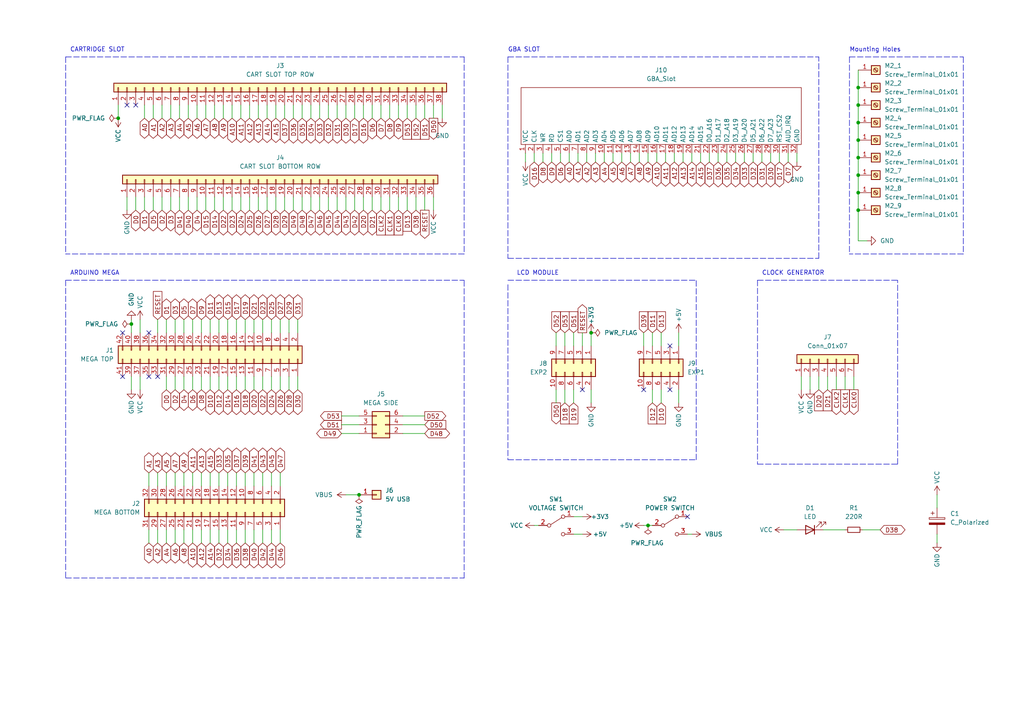
<source format=kicad_sch>
(kicad_sch (version 20211123) (generator eeschema)
  (paper "A4")
  (title_block (title "OSCR HW5") (date "2022-05-16") (rev "V1"))
  (junction (at 248.92 45.72))
  (junction (at 248.92 40.64))
  (junction (at 248.92 55.88))
  (junction (at 248.92 25.4))
  (junction (at 38.1 93.98))
  (junction (at 248.92 30.48))
  (junction (at 104.14 143.51))
  (junction (at 187.96 152.4))
  (junction (at 248.92 60.96))
  (junction (at 248.92 50.8))
  (junction (at 34.29 34.29))
  (junction (at 248.92 35.56))
  (junction (at 171.45 96.52))
  (no_connect (at 43.18 96.52))
  (no_connect (at 43.18 109.22))
  (no_connect (at 45.72 109.22))
  (no_connect (at 168.91 113.03))
  (no_connect (at 186.69 113.03))
  (no_connect (at 194.31 100.33))
  (no_connect (at 194.31 113.03))
  (no_connect (at 36.83 30.48))
  (no_connect (at 199.39 149.86))
  (no_connect (at 39.37 30.48))
  (no_connect (at 35.56 96.52))
  (no_connect (at 35.56 109.22))
  (wire (pts (xy 123.19 30.48) (xy 123.19 34.29)))
  (wire (pts (xy 49.53 57.15) (xy 49.53 60.96)))
  (wire (pts (xy 203.2 44.45) (xy 203.2 46.99)))
  (wire (pts (xy 39.37 57.15) (xy 39.37 60.96)))
  (wire (pts (xy 66.04 153.67) (xy 66.04 157.48)))
  (wire (pts (xy 57.15 57.15) (xy 57.15 60.96)))
  (wire (pts (xy 78.74 92.71) (xy 78.74 96.52)))
  (wire (pts (xy 175.26 44.45) (xy 175.26 46.99)))
  (wire (pts (xy 110.49 30.48) (xy 110.49 34.29)))
  (wire (pts (xy 92.71 30.48) (xy 92.71 34.29)))
  (wire (pts (xy 77.47 30.48) (xy 77.47 34.29)))
  (wire (pts (xy 248.92 40.64) (xy 248.92 45.72)))
  (wire (pts (xy 81.28 153.67) (xy 81.28 157.48)))
  (wire (pts (xy 223.52 44.45) (xy 223.52 46.99)))
  (wire (pts (xy 53.34 109.22) (xy 53.34 113.03)))
  (polyline (pts (xy 147.32 16.51) (xy 237.49 16.51)))
  (wire (pts (xy 118.11 30.48) (xy 118.11 34.29)))
  (wire (pts (xy 190.5 44.45) (xy 190.5 46.99)))
  (wire (pts (xy 82.55 57.15) (xy 82.55 60.96)))
  (wire (pts (xy 187.96 44.45) (xy 187.96 46.99)))
  (wire (pts (xy 52.07 57.15) (xy 52.07 60.96)))
  (wire (pts (xy 71.12 92.71) (xy 71.12 96.52)))
  (wire (pts (xy 100.33 143.51) (xy 104.14 143.51)))
  (wire (pts (xy 66.04 137.16) (xy 66.04 140.97)))
  (wire (pts (xy 73.66 109.22) (xy 73.66 113.03)))
  (wire (pts (xy 218.44 44.45) (xy 218.44 46.99)))
  (wire (pts (xy 99.06 120.65) (xy 104.14 120.65)))
  (wire (pts (xy 208.28 44.45) (xy 208.28 46.99)))
  (wire (pts (xy 170.18 44.45) (xy 170.18 46.99)))
  (wire (pts (xy 242.57 109.22) (xy 242.57 113.03)))
  (wire (pts (xy 157.48 44.45) (xy 157.48 46.99)))
  (wire (pts (xy 238.76 153.67) (xy 245.11 153.67)))
  (wire (pts (xy 189.23 113.03) (xy 189.23 116.84)))
  (wire (pts (xy 58.42 109.22) (xy 58.42 113.03)))
  (polyline (pts (xy 219.71 81.28) (xy 219.71 134.62)))
  (polyline (pts (xy 219.71 81.28) (xy 260.35 81.28)))
  (polyline (pts (xy 219.71 134.62) (xy 260.35 134.62)))
  (polyline (pts (xy 260.35 134.62) (xy 260.35 81.28)))
  (wire (pts (xy 107.95 30.48) (xy 107.95 34.29)))
  (wire (pts (xy 55.88 109.22) (xy 55.88 113.03)))
  (wire (pts (xy 248.92 69.85) (xy 251.46 69.85)))
  (wire (pts (xy 123.19 57.15) (xy 123.19 60.96)))
  (wire (pts (xy 41.91 30.48) (xy 41.91 34.29)))
  (wire (pts (xy 74.93 30.48) (xy 74.93 34.29)))
  (wire (pts (xy 116.84 120.65) (xy 123.19 120.65)))
  (wire (pts (xy 248.92 20.32) (xy 248.92 25.4)))
  (wire (pts (xy 72.39 30.48) (xy 72.39 34.29)))
  (wire (pts (xy 54.61 57.15) (xy 54.61 60.96)))
  (wire (pts (xy 80.01 57.15) (xy 80.01 60.96)))
  (wire (pts (xy 115.57 57.15) (xy 115.57 60.96)))
  (wire (pts (xy 165.1 44.45) (xy 165.1 46.99)))
  (wire (pts (xy 68.58 92.71) (xy 68.58 96.52)))
  (wire (pts (xy 60.96 92.71) (xy 60.96 96.52)))
  (wire (pts (xy 110.49 57.15) (xy 110.49 60.96)))
  (wire (pts (xy 248.92 35.56) (xy 248.92 40.64)))
  (wire (pts (xy 196.85 96.52) (xy 196.85 100.33)))
  (wire (pts (xy 45.72 137.16) (xy 45.72 140.97)))
  (wire (pts (xy 72.39 57.15) (xy 72.39 60.96)))
  (wire (pts (xy 160.02 44.45) (xy 160.02 46.99)))
  (wire (pts (xy 196.85 113.03) (xy 196.85 116.84)))
  (wire (pts (xy 64.77 30.48) (xy 64.77 34.29)))
  (wire (pts (xy 55.88 92.71) (xy 55.88 96.52)))
  (wire (pts (xy 193.04 44.45) (xy 193.04 46.99)))
  (wire (pts (xy 81.28 92.71) (xy 81.28 96.52)))
  (wire (pts (xy 191.77 96.52) (xy 191.77 100.33)))
  (wire (pts (xy 215.9 44.45) (xy 215.9 46.99)))
  (wire (pts (xy 248.92 55.88) (xy 248.92 60.96)))
  (wire (pts (xy 125.73 30.48) (xy 125.73 34.29)))
  (wire (pts (xy 46.99 30.48) (xy 46.99 34.29)))
  (wire (pts (xy 55.88 153.67) (xy 55.88 157.48)))
  (wire (pts (xy 240.03 109.22) (xy 240.03 113.03)))
  (wire (pts (xy 71.12 153.67) (xy 71.12 157.48)))
  (wire (pts (xy 205.74 44.45) (xy 205.74 46.99)))
  (wire (pts (xy 73.66 137.16) (xy 73.66 140.97)))
  (wire (pts (xy 63.5 137.16) (xy 63.5 140.97)))
  (wire (pts (xy 44.45 57.15) (xy 44.45 60.96)))
  (wire (pts (xy 105.41 30.48) (xy 105.41 34.29)))
  (polyline (pts (xy 147.32 74.93) (xy 237.49 74.93)))
  (wire (pts (xy 53.34 153.67) (xy 53.34 157.48)))
  (wire (pts (xy 71.12 109.22) (xy 71.12 113.03)))
  (polyline (pts (xy 246.38 16.51) (xy 246.38 73.66)))
  (polyline (pts (xy 246.38 16.51) (xy 279.4 16.51)))
  (polyline (pts (xy 279.4 16.51) (xy 279.4 73.66)))
  (polyline (pts (xy 279.4 73.66) (xy 246.38 73.66)))
  (wire (pts (xy 38.1 109.22) (xy 38.1 113.03)))
  (wire (pts (xy 41.91 57.15) (xy 41.91 60.96)))
  (wire (pts (xy 220.98 44.45) (xy 220.98 46.99)))
  (wire (pts (xy 187.96 152.4) (xy 189.23 152.4)))
  (wire (pts (xy 68.58 137.16) (xy 68.58 140.97)))
  (wire (pts (xy 44.45 30.48) (xy 44.45 34.29)))
  (wire (pts (xy 53.34 137.16) (xy 53.34 140.97)))
  (wire (pts (xy 120.65 57.15) (xy 120.65 60.96)))
  (wire (pts (xy 163.83 96.52) (xy 163.83 100.33)))
  (wire (pts (xy 50.8 92.71) (xy 50.8 96.52)))
  (wire (pts (xy 82.55 30.48) (xy 82.55 34.29)))
  (wire (pts (xy 68.58 109.22) (xy 68.58 113.03)))
  (wire (pts (xy 248.92 30.48) (xy 248.92 35.56)))
  (wire (pts (xy 81.28 109.22) (xy 81.28 113.03)))
  (wire (pts (xy 97.79 57.15) (xy 97.79 60.96)))
  (wire (pts (xy 163.83 113.03) (xy 163.83 116.84)))
  (wire (pts (xy 69.85 30.48) (xy 69.85 34.29)))
  (wire (pts (xy 248.92 45.72) (xy 248.92 50.8)))
  (wire (pts (xy 80.01 30.48) (xy 80.01 34.29)))
  (wire (pts (xy 90.17 57.15) (xy 90.17 60.96)))
  (polyline (pts (xy 19.05 16.51) (xy 19.05 73.66)))
  (polyline (pts (xy 19.05 16.51) (xy 134.62 16.51)))
  (polyline (pts (xy 134.62 16.51) (xy 134.62 73.66)))
  (polyline (pts (xy 134.62 73.66) (xy 19.05 73.66)))
  (wire (pts (xy 245.11 109.22) (xy 245.11 113.03)))
  (wire (pts (xy 60.96 137.16) (xy 60.96 140.97)))
  (wire (pts (xy 52.07 30.48) (xy 52.07 34.29)))
  (wire (pts (xy 248.92 50.8) (xy 248.92 55.88)))
  (wire (pts (xy 227.33 153.67) (xy 231.14 153.67)))
  (wire (pts (xy 78.74 137.16) (xy 78.74 140.97)))
  (wire (pts (xy 100.33 30.48) (xy 100.33 34.29)))
  (wire (pts (xy 58.42 92.71) (xy 58.42 96.52)))
  (wire (pts (xy 177.8 44.45) (xy 177.8 46.99)))
  (wire (pts (xy 58.42 137.16) (xy 58.42 140.97)))
  (wire (pts (xy 50.8 109.22) (xy 50.8 113.03)))
  (wire (pts (xy 38.1 92.71) (xy 38.1 93.98)))
  (wire (pts (xy 34.29 30.48) (xy 34.29 34.29)))
  (wire (pts (xy 95.25 30.48) (xy 95.25 34.29)))
  (wire (pts (xy 50.8 137.16) (xy 50.8 140.97)))
  (wire (pts (xy 154.94 152.4) (xy 156.21 152.4)))
  (wire (pts (xy 95.25 57.15) (xy 95.25 60.96)))
  (wire (pts (xy 77.47 57.15) (xy 77.47 60.96)))
  (wire (pts (xy 186.69 152.4) (xy 187.96 152.4)))
  (wire (pts (xy 64.77 57.15) (xy 64.77 60.96)))
  (wire (pts (xy 271.78 154.94) (xy 271.78 157.48)))
  (polyline (pts (xy 237.49 74.93) (xy 237.49 16.51)))
  (wire (pts (xy 67.31 30.48) (xy 67.31 34.29)))
  (wire (pts (xy 87.63 30.48) (xy 87.63 34.29)))
  (wire (pts (xy 113.03 30.48) (xy 113.03 34.29)))
  (wire (pts (xy 40.64 92.71) (xy 40.64 96.52)))
  (wire (pts (xy 38.1 93.98) (xy 38.1 96.52)))
  (wire (pts (xy 71.12 137.16) (xy 71.12 140.97)))
  (wire (pts (xy 232.41 109.22) (xy 232.41 113.03)))
  (wire (pts (xy 189.23 96.52) (xy 189.23 100.33)))
  (wire (pts (xy 78.74 109.22) (xy 78.74 113.03)))
  (wire (pts (xy 46.99 57.15) (xy 46.99 60.96)))
  (wire (pts (xy 48.26 137.16) (xy 48.26 140.97)))
  (polyline (pts (xy 147.32 81.28) (xy 201.93 81.28)))
  (polyline (pts (xy 147.32 82.55) (xy 147.32 133.35)))
  (polyline (pts (xy 147.32 133.35) (xy 201.93 133.35)))
  (polyline (pts (xy 201.93 133.35) (xy 201.93 81.28)))
  (wire (pts (xy 86.36 109.22) (xy 86.36 113.03)))
  (wire (pts (xy 162.56 44.45) (xy 162.56 46.99)))
  (wire (pts (xy 58.42 153.67) (xy 58.42 157.48)))
  (polyline (pts (xy 19.05 81.28) (xy 19.05 167.64)))
  (polyline (pts (xy 19.05 81.28) (xy 134.62 81.28)))
  (polyline (pts (xy 19.05 167.64) (xy 134.62 167.64)))
  (polyline (pts (xy 134.62 167.64) (xy 134.62 81.28)))
  (wire (pts (xy 107.95 57.15) (xy 107.95 60.96)))
  (wire (pts (xy 63.5 109.22) (xy 63.5 113.03)))
  (wire (pts (xy 199.39 154.94) (xy 200.66 154.94)))
  (wire (pts (xy 67.31 57.15) (xy 67.31 60.96)))
  (wire (pts (xy 99.06 123.19) (xy 104.14 123.19)))
  (wire (pts (xy 54.61 30.48) (xy 54.61 34.29)))
  (wire (pts (xy 161.29 113.03) (xy 161.29 116.84)))
  (wire (pts (xy 168.91 96.52) (xy 168.91 100.33)))
  (wire (pts (xy 53.34 92.71) (xy 53.34 96.52)))
  (wire (pts (xy 166.37 149.86) (xy 168.91 149.86)))
  (wire (pts (xy 68.58 153.67) (xy 68.58 157.48)))
  (wire (pts (xy 171.45 113.03) (xy 171.45 116.84)))
  (wire (pts (xy 161.29 96.52) (xy 161.29 100.33)))
  (wire (pts (xy 49.53 30.48) (xy 49.53 34.29)))
  (wire (pts (xy 271.78 143.51) (xy 271.78 147.32)))
  (wire (pts (xy 198.12 44.45) (xy 198.12 46.99)))
  (wire (pts (xy 154.94 44.45) (xy 154.94 46.99)))
  (wire (pts (xy 113.03 57.15) (xy 113.03 60.96)))
  (wire (pts (xy 60.96 153.67) (xy 60.96 157.48)))
  (wire (pts (xy 171.45 96.52) (xy 171.45 100.33)))
  (wire (pts (xy 102.87 30.48) (xy 102.87 34.29)))
  (wire (pts (xy 166.37 154.94) (xy 168.91 154.94)))
  (wire (pts (xy 180.34 44.45) (xy 180.34 46.99)))
  (wire (pts (xy 59.69 30.48) (xy 59.69 34.29)))
  (wire (pts (xy 45.72 153.67) (xy 45.72 157.48)))
  (wire (pts (xy 92.71 57.15) (xy 92.71 60.96)))
  (wire (pts (xy 186.69 96.52) (xy 186.69 100.33)))
  (wire (pts (xy 195.58 44.45) (xy 195.58 46.99)))
  (wire (pts (xy 237.49 109.22) (xy 237.49 113.03)))
  (wire (pts (xy 78.74 153.67) (xy 78.74 157.48)))
  (wire (pts (xy 62.23 57.15) (xy 62.23 60.96)))
  (wire (pts (xy 83.82 92.71) (xy 83.82 96.52)))
  (wire (pts (xy 63.5 153.67) (xy 63.5 157.48)))
  (wire (pts (xy 228.6 44.45) (xy 228.6 46.99)))
  (wire (pts (xy 76.2 153.67) (xy 76.2 157.48)))
  (wire (pts (xy 43.18 137.16) (xy 43.18 140.97)))
  (wire (pts (xy 128.27 30.48) (xy 128.27 34.29)))
  (wire (pts (xy 166.37 113.03) (xy 166.37 116.84)))
  (wire (pts (xy 248.92 25.4) (xy 248.92 30.48)))
  (wire (pts (xy 60.96 109.22) (xy 60.96 113.03)))
  (wire (pts (xy 74.93 57.15) (xy 74.93 60.96)))
  (wire (pts (xy 48.26 92.71) (xy 48.26 96.52)))
  (wire (pts (xy 73.66 92.71) (xy 73.66 96.52)))
  (wire (pts (xy 191.77 113.03) (xy 191.77 116.84)))
  (wire (pts (xy 115.57 30.48) (xy 115.57 34.29)))
  (wire (pts (xy 62.23 30.48) (xy 62.23 34.29)))
  (wire (pts (xy 105.41 57.15) (xy 105.41 60.96)))
  (wire (pts (xy 210.82 44.45) (xy 210.82 46.99)))
  (wire (pts (xy 120.65 30.48) (xy 120.65 34.29)))
  (wire (pts (xy 57.15 30.48) (xy 57.15 34.29)))
  (wire (pts (xy 85.09 57.15) (xy 85.09 60.96)))
  (wire (pts (xy 99.06 125.73) (xy 104.14 125.73)))
  (wire (pts (xy 45.72 92.71) (xy 45.72 96.52)))
  (wire (pts (xy 85.09 30.48) (xy 85.09 34.29)))
  (wire (pts (xy 83.82 109.22) (xy 83.82 113.03)))
  (wire (pts (xy 76.2 137.16) (xy 76.2 140.97)))
  (wire (pts (xy 40.64 109.22) (xy 40.64 113.03)))
  (polyline (pts (xy 147.32 16.51) (xy 147.32 74.93)))
  (wire (pts (xy 213.36 44.45) (xy 213.36 46.99)))
  (wire (pts (xy 116.84 125.73) (xy 123.19 125.73)))
  (wire (pts (xy 118.11 57.15) (xy 118.11 60.96)))
  (wire (pts (xy 116.84 123.19) (xy 123.19 123.19)))
  (wire (pts (xy 50.8 153.67) (xy 50.8 157.48)))
  (wire (pts (xy 87.63 57.15) (xy 87.63 60.96)))
  (wire (pts (xy 69.85 57.15) (xy 69.85 60.96)))
  (wire (pts (xy 247.65 109.22) (xy 247.65 113.03)))
  (wire (pts (xy 66.04 92.71) (xy 66.04 96.52)))
  (wire (pts (xy 125.73 57.15) (xy 125.73 60.96)))
  (wire (pts (xy 182.88 44.45) (xy 182.88 46.99)))
  (wire (pts (xy 48.26 153.67) (xy 48.26 157.48)))
  (wire (pts (xy 172.72 44.45) (xy 172.72 46.99)))
  (wire (pts (xy 90.17 30.48) (xy 90.17 34.29)))
  (wire (pts (xy 250.19 153.67) (xy 255.27 153.67)))
  (wire (pts (xy 97.79 30.48) (xy 97.79 34.29)))
  (wire (pts (xy 167.64 44.45) (xy 167.64 46.99)))
  (wire (pts (xy 43.18 153.67) (xy 43.18 157.48)))
  (wire (pts (xy 36.83 57.15) (xy 36.83 60.96)))
  (wire (pts (xy 185.42 44.45) (xy 185.42 46.99)))
  (wire (pts (xy 166.37 96.52) (xy 166.37 100.33)))
  (wire (pts (xy 231.14 44.45) (xy 231.14 46.99)))
  (wire (pts (xy 66.04 109.22) (xy 66.04 113.03)))
  (wire (pts (xy 100.33 57.15) (xy 100.33 60.96)))
  (wire (pts (xy 76.2 109.22) (xy 76.2 113.03)))
  (wire (pts (xy 76.2 92.71) (xy 76.2 96.52)))
  (wire (pts (xy 48.26 109.22) (xy 48.26 113.03)))
  (wire (pts (xy 73.66 153.67) (xy 73.66 157.48)))
  (wire (pts (xy 55.88 137.16) (xy 55.88 140.97)))
  (wire (pts (xy 102.87 57.15) (xy 102.87 60.96)))
  (wire (pts (xy 200.66 44.45) (xy 200.66 46.99)))
  (wire (pts (xy 234.95 109.22) (xy 234.95 113.03)))
  (wire (pts (xy 248.92 60.96) (xy 248.92 69.85)))
  (wire (pts (xy 59.69 57.15) (xy 59.69 60.96)))
  (wire (pts (xy 86.36 92.71) (xy 86.36 96.52)))
  (wire (pts (xy 63.5 92.71) (xy 63.5 96.52)))
  (wire (pts (xy 152.4 44.45) (xy 152.4 46.99)))
  (wire (pts (xy 226.06 44.45) (xy 226.06 46.99)))
  (wire (pts (xy 81.28 137.16) (xy 81.28 140.97)))
  (text "LCD MODULE" (at 149.86 80.01 0) (effects (font (size 1.27 1.27)) (justify left bottom)))
  (text "CLOCK GENERATOR" (at 220.98 80.01 0) (effects (font (size 1.27 1.27)) (justify left bottom)))
  (text "CARTRIDGE SLOT" (at 20.32 15.24 0) (effects (font (size 1.27 1.27)) (justify left bottom)))
  (text "GBA SLOT" (at 147.32 15.24 0) (effects (font (size 1.27 1.27)) (justify left bottom)))
  (text "ARDUINO MEGA" (at 20.32 80.01 0) (effects (font (size 1.27 1.27)) (justify left bottom)))
  (text "Mounting Holes" (at 246.38 15.24 0) (effects (font (size 1.27 1.27)) (justify left bottom)))
  (global_label "D14" (shape bidirectional) (at 66.04 113.03 270) (property "Intersheet References" "${INTERSHEET_REFS}" (effects hide)))
  (global_label "A7" (shape bidirectional) (at 182.88 46.99 270) (property "Intersheet References" "${INTERSHEET_REFS}" (effects hide)))
  (global_label "D44" (shape bidirectional) (at 78.74 157.48 270) (property "Intersheet References" "${INTERSHEET_REFS}" (effects hide)))
  (global_label "A6" (shape bidirectional) (at 57.15 34.29 270) (property "Intersheet References" "${INTERSHEET_REFS}" (effects hide)))
  (global_label "D6" (shape bidirectional) (at 162.56 46.99 270) (property "Intersheet References" "${INTERSHEET_REFS}" (effects hide)))
  (global_label "D11" (shape input) (at 189.23 96.52 90) (property "Intersheet References" "${INTERSHEET_REFS}" (effects hide)))
  (global_label "D51" (shape input) (at 123.19 34.29 270) (property "Intersheet References" "${INTERSHEET_REFS}" (effects hide)))
  (global_label "D38" (shape bidirectional) (at 71.12 157.48 270) (property "Intersheet References" "${INTERSHEET_REFS}" (effects hide)))
  (global_label "D29" (shape bidirectional) (at 82.55 60.96 270) (property "Intersheet References" "${INTERSHEET_REFS}" (effects hide)))
  (global_label "A10" (shape bidirectional) (at 55.88 157.48 270) (property "Intersheet References" "${INTERSHEET_REFS}" (effects hide)))
  (global_label "A9" (shape bidirectional) (at 64.77 34.29 270) (property "Intersheet References" "${INTERSHEET_REFS}" (effects hide)))
  (global_label "D31" (shape bidirectional) (at 97.79 34.29 270) (property "Intersheet References" "${INTERSHEET_REFS}" (effects hide)))
  (global_label "D4" (shape bidirectional) (at 53.34 113.03 270) (property "Intersheet References" "${INTERSHEET_REFS}" (effects hide)))
  (global_label "D24" (shape bidirectional) (at 69.85 60.96 270) (property "Intersheet References" "${INTERSHEET_REFS}" (effects hide)))
  (global_label "D28" (shape bidirectional) (at 83.82 113.03 270) (property "Intersheet References" "${INTERSHEET_REFS}" (effects hide)))
  (global_label "D9" (shape bidirectional) (at 160.02 46.99 270) (property "Intersheet References" "${INTERSHEET_REFS}" (effects hide)))
  (global_label "D19" (shape bidirectional) (at 71.12 92.71 90) (property "Intersheet References" "${INTERSHEET_REFS}" (effects hide)))
  (global_label "CLK2" (shape output) (at 242.57 113.03 270) (property "Intersheet References" "${INTERSHEET_REFS}" (effects hide)))
  (global_label "D0" (shape bidirectional) (at 48.26 113.03 270) (property "Intersheet References" "${INTERSHEET_REFS}" (effects hide)))
  (global_label "D50" (shape output) (at 125.73 34.29 270) (property "Intersheet References" "${INTERSHEET_REFS}" (effects hide)))
  (global_label "D17" (shape bidirectional) (at 102.87 34.29 270) (property "Intersheet References" "${INTERSHEET_REFS}" (effects hide)))
  (global_label "D37" (shape bidirectional) (at 68.58 137.16 90) (property "Intersheet References" "${INTERSHEET_REFS}" (effects hide)))
  (global_label "D7" (shape bidirectional) (at 228.6 46.99 270) (property "Intersheet References" "${INTERSHEET_REFS}" (effects hide)))
  (global_label "D34" (shape bidirectional) (at 90.17 34.29 270) (property "Intersheet References" "${INTERSHEET_REFS}" (effects hide)))
  (global_label "A11" (shape bidirectional) (at 69.85 34.29 270) (property "Intersheet References" "${INTERSHEET_REFS}" (effects hide)))
  (global_label "A6" (shape bidirectional) (at 50.8 157.48 270) (property "Intersheet References" "${INTERSHEET_REFS}" (effects hide)))
  (global_label "D46" (shape bidirectional) (at 92.71 60.96 270) (property "Intersheet References" "${INTERSHEET_REFS}" (effects hide)))
  (global_label "A2" (shape bidirectional) (at 170.18 46.99 270) (property "Intersheet References" "${INTERSHEET_REFS}" (effects hide)))
  (global_label "D25" (shape bidirectional) (at 72.39 60.96 270) (property "Intersheet References" "${INTERSHEET_REFS}" (effects hide)))
  (global_label "A5" (shape bidirectional) (at 177.8 46.99 270) (property "Intersheet References" "${INTERSHEET_REFS}" (effects hide)))
  (global_label "D24" (shape bidirectional) (at 78.74 113.03 270) (property "Intersheet References" "${INTERSHEET_REFS}" (effects hide)))
  (global_label "CLK1" (shape input) (at 113.03 60.96 270) (property "Intersheet References" "${INTERSHEET_REFS}" (effects hide)))
  (global_label "A5" (shape bidirectional) (at 54.61 34.29 270) (property "Intersheet References" "${INTERSHEET_REFS}" (effects hide)))
  (global_label "D50" (shape output) (at 161.29 116.84 270) (property "Intersheet References" "${INTERSHEET_REFS}" (effects hide)))
  (global_label "A13" (shape bidirectional) (at 198.12 46.99 270) (property "Intersheet References" "${INTERSHEET_REFS}" (effects hide)))
  (global_label "CLK0" (shape output) (at 247.65 113.03 270) (property "Intersheet References" "${INTERSHEET_REFS}" (effects hide)))
  (global_label "A11" (shape bidirectional) (at 55.88 137.16 90) (property "Intersheet References" "${INTERSHEET_REFS}" (effects hide)))
  (global_label "D49" (shape bidirectional) (at 85.09 60.96 270) (property "Intersheet References" "${INTERSHEET_REFS}" (effects hide)))
  (global_label "D7" (shape bidirectional) (at 110.49 34.29 270) (property "Intersheet References" "${INTERSHEET_REFS}" (effects hide)))
  (global_label "D46" (shape bidirectional) (at 81.28 157.48 270) (property "Intersheet References" "${INTERSHEET_REFS}" (effects hide)))
  (global_label "D48" (shape bidirectional) (at 123.19 125.73 0) (property "Intersheet References" "${INTERSHEET_REFS}" (effects hide)))
  (global_label "D21" (shape bidirectional) (at 73.66 92.71 90) (property "Intersheet References" "${INTERSHEET_REFS}" (effects hide)))
  (global_label "D6" (shape bidirectional) (at 55.88 113.03 270) (property "Intersheet References" "${INTERSHEET_REFS}" (effects hide)))
  (global_label "D16" (shape bidirectional) (at 105.41 34.29 270) (property "Intersheet References" "${INTERSHEET_REFS}" (effects hide)))
  (global_label "D33" (shape bidirectional) (at 92.71 34.29 270) (property "Intersheet References" "${INTERSHEET_REFS}" (effects hide)))
  (global_label "A12" (shape bidirectional) (at 72.39 34.29 270) (property "Intersheet References" "${INTERSHEET_REFS}" (effects hide)))
  (global_label "CLK0" (shape input) (at 115.57 60.96 270) (property "Intersheet References" "${INTERSHEET_REFS}" (effects hide)))
  (global_label "D9" (shape bidirectional) (at 115.57 34.29 270) (property "Intersheet References" "${INTERSHEET_REFS}" (effects hide)))
  (global_label "D53" (shape input) (at 118.11 34.29 270) (property "Intersheet References" "${INTERSHEET_REFS}" (effects hide)))
  (global_label "D17" (shape bidirectional) (at 68.58 92.71 90) (property "Intersheet References" "${INTERSHEET_REFS}" (effects hide)))
  (global_label "D38" (shape bidirectional) (at 120.65 60.96 270) (property "Intersheet References" "${INTERSHEET_REFS}" (effects hide)))
  (global_label "A7" (shape bidirectional) (at 59.69 34.29 270) (property "Intersheet References" "${INTERSHEET_REFS}" (effects hide)))
  (global_label "D52" (shape input) (at 120.65 34.29 270) (property "Intersheet References" "${INTERSHEET_REFS}" (effects hide)))
  (global_label "D30" (shape bidirectional) (at 100.33 34.29 270) (property "Intersheet References" "${INTERSHEET_REFS}" (effects hide)))
  (global_label "D13" (shape input) (at 191.77 96.52 90) (property "Intersheet References" "${INTERSHEET_REFS}" (effects hide)))
  (global_label "D8" (shape bidirectional) (at 58.42 113.03 270) (property "Intersheet References" "${INTERSHEET_REFS}" (effects hide)))
  (global_label "D40" (shape bidirectional) (at 54.61 60.96 270) (property "Intersheet References" "${INTERSHEET_REFS}" (effects hide)))
  (global_label "D15" (shape bidirectional) (at 59.69 60.96 270) (property "Intersheet References" "${INTERSHEET_REFS}" (effects hide)))
  (global_label "A10" (shape bidirectional) (at 190.5 46.99 270) (property "Intersheet References" "${INTERSHEET_REFS}" (effects hide)))
  (global_label "D34" (shape bidirectional) (at 66.04 157.48 270) (property "Intersheet References" "${INTERSHEET_REFS}" (effects hide)))
  (global_label "D22" (shape bidirectional) (at 76.2 113.03 270) (property "Intersheet References" "${INTERSHEET_REFS}" (effects hide)))
  (global_label "D26" (shape bidirectional) (at 81.28 113.03 270) (property "Intersheet References" "${INTERSHEET_REFS}" (effects hide)))
  (global_label "D28" (shape bidirectional) (at 80.01 60.96 270) (property "Intersheet References" "${INTERSHEET_REFS}" (effects hide)))
  (global_label "A3" (shape bidirectional) (at 172.72 46.99 270) (property "Intersheet References" "${INTERSHEET_REFS}" (effects hide)))
  (global_label "D42" (shape bidirectional) (at 76.2 157.48 270) (property "Intersheet References" "${INTERSHEET_REFS}" (effects hide)))
  (global_label "D43" (shape bidirectional) (at 76.2 137.16 90) (property "Intersheet References" "${INTERSHEET_REFS}" (effects hide)))
  (global_label "A1" (shape bidirectional) (at 44.45 34.29 270) (property "Intersheet References" "${INTERSHEET_REFS}" (effects hide)))
  (global_label "D47" (shape bidirectional) (at 90.17 60.96 270) (property "Intersheet References" "${INTERSHEET_REFS}" (effects hide)))
  (global_label "D12" (shape input) (at 189.23 116.84 270) (property "Intersheet References" "${INTERSHEET_REFS}" (effects hide)))
  (global_label "D36" (shape bidirectional) (at 68.58 157.48 270) (property "Intersheet References" "${INTERSHEET_REFS}" (effects hide)))
  (global_label "A13" (shape bidirectional) (at 74.93 34.29 270) (property "Intersheet References" "${INTERSHEET_REFS}" (effects hide)))
  (global_label "D16" (shape bidirectional) (at 68.58 113.03 270) (property "Intersheet References" "${INTERSHEET_REFS}" (effects hide)))
  (global_label "D18" (shape input) (at 163.83 116.84 270) (property "Intersheet References" "${INTERSHEET_REFS}" (effects hide)))
  (global_label "A3" (shape bidirectional) (at 49.53 34.29 270) (property "Intersheet References" "${INTERSHEET_REFS}" (effects hide)))
  (global_label "A12" (shape bidirectional) (at 58.42 157.48 270) (property "Intersheet References" "${INTERSHEET_REFS}" (effects hide)))
  (global_label "D49" (shape bidirectional) (at 99.06 125.73 180) (property "Intersheet References" "${INTERSHEET_REFS}" (effects hide)))
  (global_label "D51" (shape output) (at 99.06 123.19 180) (property "Intersheet References" "${INTERSHEET_REFS}" (effects hide)))
  (global_label "A9" (shape bidirectional) (at 53.34 137.16 90) (property "Intersheet References" "${INTERSHEET_REFS}" (effects hide)))
  (global_label "A11" (shape bidirectional) (at 193.04 46.99 270) (property "Intersheet References" "${INTERSHEET_REFS}" (effects hide)))
  (global_label "D43" (shape bidirectional) (at 100.33 60.96 270) (property "Intersheet References" "${INTERSHEET_REFS}" (effects hide)))
  (global_label "D8" (shape bidirectional) (at 113.03 34.29 270) (property "Intersheet References" "${INTERSHEET_REFS}" (effects hide)))
  (global_label "D36" (shape bidirectional) (at 85.09 34.29 270) (property "Intersheet References" "${INTERSHEET_REFS}" (effects hide)))
  (global_label "D35" (shape bidirectional) (at 210.82 46.99 270) (property "Intersheet References" "${INTERSHEET_REFS}" (effects hide)))
  (global_label "D47" (shape bidirectional) (at 81.28 137.16 90) (property "Intersheet References" "${INTERSHEET_REFS}" (effects hide)))
  (global_label "D45" (shape bidirectional) (at 78.74 137.16 90) (property "Intersheet References" "${INTERSHEET_REFS}" (effects hide)))
  (global_label "A2" (shape bidirectional) (at 45.72 157.48 270) (property "Intersheet References" "${INTERSHEET_REFS}" (effects hide)))
  (global_label "D23" (shape bidirectional) (at 67.31 60.96 270) (property "Intersheet References" "${INTERSHEET_REFS}" (effects hide)))
  (global_label "D31" (shape bidirectional) (at 86.36 92.71 90) (property "Intersheet References" "${INTERSHEET_REFS}" (effects hide)))
  (global_label "D30" (shape bidirectional) (at 223.52 46.99 270) (property "Intersheet References" "${INTERSHEET_REFS}" (effects hide)))
  (global_label "D33" (shape bidirectional) (at 215.9 46.99 270) (property "Intersheet References" "${INTERSHEET_REFS}" (effects hide)))
  (global_label "D1" (shape bidirectional) (at 41.91 60.96 270) (property "Intersheet References" "${INTERSHEET_REFS}" (effects hide)))
  (global_label "D39" (shape bidirectional) (at 71.12 137.16 90) (property "Intersheet References" "${INTERSHEET_REFS}" (effects hide)))
  (global_label "D25" (shape bidirectional) (at 78.74 92.71 90) (property "Intersheet References" "${INTERSHEET_REFS}" (effects hide)))
  (global_label "D14" (shape bidirectional) (at 62.23 60.96 270) (property "Intersheet References" "${INTERSHEET_REFS}" (effects hide)))
  (global_label "A13" (shape bidirectional) (at 58.42 137.16 90) (property "Intersheet References" "${INTERSHEET_REFS}" (effects hide)))
  (global_label "D31" (shape bidirectional) (at 220.98 46.99 270) (property "Intersheet References" "${INTERSHEET_REFS}" (effects hide)))
  (global_label "D19" (shape input) (at 166.37 116.84 270) (property "Intersheet References" "${INTERSHEET_REFS}" (effects hide)))
  (global_label "A9" (shape bidirectional) (at 187.96 46.99 270) (property "Intersheet References" "${INTERSHEET_REFS}" (effects hide)))
  (global_label "D4" (shape bidirectional) (at 57.15 60.96 270) (property "Intersheet References" "${INTERSHEET_REFS}" (effects hide)))
  (global_label "D22" (shape bidirectional) (at 64.77 60.96 270) (property "Intersheet References" "${INTERSHEET_REFS}" (effects hide)))
  (global_label "A5" (shape bidirectional) (at 48.26 137.16 90) (property "Intersheet References" "${INTERSHEET_REFS}" (effects hide)))
  (global_label "D2" (shape bidirectional) (at 46.99 60.96 270) (property "Intersheet References" "${INTERSHEET_REFS}" (effects hide)))
  (global_label "D50" (shape input) (at 123.19 123.19 0) (property "Intersheet References" "${INTERSHEET_REFS}" (effects hide)))
  (global_label "D17" (shape bidirectional) (at 226.06 46.99 270) (property "Intersheet References" "${INTERSHEET_REFS}" (effects hide)))
  (global_label "CLK1" (shape output) (at 245.11 113.03 270) (property "Intersheet References" "${INTERSHEET_REFS}" (effects hide)))
  (global_label "D35" (shape bidirectional) (at 87.63 34.29 270) (property "Intersheet References" "${INTERSHEET_REFS}" (effects hide)))
  (global_label "D39" (shape input) (at 186.69 96.52 90) (property "Intersheet References" "${INTERSHEET_REFS}" (effects hide)))
  (global_label "D21" (shape bidirectional) (at 107.95 60.96 270) (property "Intersheet References" "${INTERSHEET_REFS}" (effects hide)))
  (global_label "A0" (shape bidirectional) (at 41.91 34.29 270) (property "Intersheet References" "${INTERSHEET_REFS}" (effects hide)))
  (global_label "D13" (shape bidirectional) (at 63.5 92.71 90) (property "Intersheet References" "${INTERSHEET_REFS}" (effects hide)))
  (global_label "D27" (shape bidirectional) (at 81.28 92.71 90) (property "Intersheet References" "${INTERSHEET_REFS}" (effects hide)))
  (global_label "RESET" (shape input) (at 45.72 92.71 90) (property "Intersheet References" "${INTERSHEET_REFS}" (effects hide)))
  (global_label "D44" (shape bidirectional) (at 97.79 60.96 270) (property "Intersheet References" "${INTERSHEET_REFS}" (effects hide)))
  (global_label "A14" (shape bidirectional) (at 60.96 157.48 270) (property "Intersheet References" "${INTERSHEET_REFS}" (effects hide)))
  (global_label "D34" (shape bidirectional) (at 213.36 46.99 270) (property "Intersheet References" "${INTERSHEET_REFS}" (effects hide)))
  (global_label "D48" (shape bidirectional) (at 87.63 60.96 270) (property "Intersheet References" "${INTERSHEET_REFS}" (effects hide)))
  (global_label "A10" (shape bidirectional) (at 67.31 34.29 270) (property "Intersheet References" "${INTERSHEET_REFS}" (effects hide)))
  (global_label "D15" (shape bidirectional) (at 66.04 92.71 90) (property "Intersheet References" "${INTERSHEET_REFS}" (effects hide)))
  (global_label "A8" (shape bidirectional) (at 185.42 46.99 270) (property "Intersheet References" "${INTERSHEET_REFS}" (effects hide)))
  (global_label "D27" (shape bidirectional) (at 77.47 60.96 270) (property "Intersheet References" "${INTERSHEET_REFS}" (effects hide)))
  (global_label "D0" (shape bidirectional) (at 39.37 60.96 270) (property "Intersheet References" "${INTERSHEET_REFS}" (effects hide)))
  (global_label "D38" (shape bidirectional) (at 255.27 153.67 0) (property "Intersheet References" "${INTERSHEET_REFS}" (effects hide)))
  (global_label "D1" (shape bidirectional) (at 48.26 92.71 90) (property "Intersheet References" "${INTERSHEET_REFS}" (effects hide)))
  (global_label "D2" (shape bidirectional) (at 50.8 113.03 270) (property "Intersheet References" "${INTERSHEET_REFS}" (effects hide)))
  (global_label "A0" (shape bidirectional) (at 165.1 46.99 270) (property "Intersheet References" "${INTERSHEET_REFS}" (effects hide)))
  (global_label "D33" (shape bidirectional) (at 63.5 137.16 90) (property "Intersheet References" "${INTERSHEET_REFS}" (effects hide)))
  (global_label "A4" (shape bidirectional) (at 175.26 46.99 270) (property "Intersheet References" "${INTERSHEET_REFS}" (effects hide)))
  (global_label "D16" (shape bidirectional) (at 154.94 46.99 270) (property "Intersheet References" "${INTERSHEET_REFS}" (effects hide)))
  (global_label "D3" (shape bidirectional) (at 49.53 60.96 270) (property "Intersheet References" "${INTERSHEET_REFS}" (effects hide)))
  (global_label "D36" (shape bidirectional) (at 208.28 46.99 270) (property "Intersheet References" "${INTERSHEET_REFS}" (effects hide)))
  (global_label "D42" (shape bidirectional) (at 102.87 60.96 270) (property "Intersheet References" "${INTERSHEET_REFS}" (effects hide)))
  (global_label "D40" (shape bidirectional) (at 73.66 157.48 270) (property "Intersheet References" "${INTERSHEET_REFS}" (effects hide)))
  (global_label "D3" (shape bidirectional) (at 50.8 92.71 90) (property "Intersheet References" "${INTERSHEET_REFS}" (effects hide)))
  (global_label "D41" (shape bidirectional) (at 52.07 60.96 270) (property "Intersheet References" "${INTERSHEET_REFS}" (effects hide)))
  (global_label "D13" (shape input) (at 118.11 60.96 270) (property "Intersheet References" "${INTERSHEET_REFS}" (effects hide)))
  (global_label "D18" (shape bidirectional) (at 71.12 113.03 270) (property "Intersheet References" "${INTERSHEET_REFS}" (effects hide)))
  (global_label "D7" (shape bidirectional) (at 55.88 92.71 90) (property "Intersheet References" "${INTERSHEET_REFS}" (effects hide)))
  (global_label "D32" (shape bidirectional) (at 95.25 34.29 270) (property "Intersheet References" "${INTERSHEET_REFS}" (effects hide)))
  (global_label "A4" (shape bidirectional) (at 48.26 157.48 270) (property "Intersheet References" "${INTERSHEET_REFS}" (effects hide)))
  (global_label "A1" (shape bidirectional) (at 43.18 137.16 90) (property "Intersheet References" "${INTERSHEET_REFS}" (effects hide)))
  (global_label "D37" (shape bidirectional) (at 82.55 34.29 270) (property "Intersheet References" "${INTERSHEET_REFS}" (effects hide)))
  (global_label "A3" (shape bidirectional) (at 45.72 137.16 90) (property "Intersheet References" "${INTERSHEET_REFS}" (effects hide)))
  (global_label "A6" (shape bidirectional) (at 180.34 46.99 270) (property "Intersheet References" "${INTERSHEET_REFS}" (effects hide)))
  (global_label "D12" (shape bidirectional) (at 63.5 113.03 270) (property "Intersheet References" "${INTERSHEET_REFS}" (effects hide)))
  (global_label "D21" (shape input) (at 240.03 113.03 270) (property "Intersheet References" "${INTERSHEET_REFS}" (effects hide)))
  (global_label "A15" (shape bidirectional) (at 203.2 46.99 270) (property "Intersheet References" "${INTERSHEET_REFS}" (effects hide)))
  (global_label "D11" (shape bidirectional) (at 60.96 92.71 90) (property "Intersheet References" "${INTERSHEET_REFS}" (effects hide)))
  (global_label "A14" (shape bidirectional) (at 200.66 46.99 270) (property "Intersheet References" "${INTERSHEET_REFS}" (effects hide)))
  (global_label "A14" (shape bidirectional) (at 77.47 34.29 270) (property "Intersheet References" "${INTERSHEET_REFS}" (effects hide)))
  (global_label "RESET" (shape output) (at 123.19 60.96 270) (property "Intersheet References" "${INTERSHEET_REFS}" (effects hide)))
  (global_label "D23" (shape bidirectional) (at 76.2 92.71 90) (property "Intersheet References" "${INTERSHEET_REFS}" (effects hide)))
  (global_label "D32" (shape bidirectional) (at 218.44 46.99 270) (property "Intersheet References" "${INTERSHEET_REFS}" (effects hide)))
  (global_label "D9" (shape bidirectional) (at 58.42 92.71 90) (property "Intersheet References" "${INTERSHEET_REFS}" (effects hide)))
  (global_label "A7" (shape bidirectional) (at 50.8 137.16 90) (property "Intersheet References" "${INTERSHEET_REFS}" (effects hide)))
  (global_label "D45" (shape bidirectional) (at 95.25 60.96 270) (property "Intersheet References" "${INTERSHEET_REFS}" (effects hide)))
  (global_label "A15" (shape bidirectional) (at 80.01 34.29 270) (property "Intersheet References" "${INTERSHEET_REFS}" (effects hide)))
  (global_label "D6" (shape bidirectional) (at 107.95 34.29 270) (property "Intersheet References" "${INTERSHEET_REFS}" (effects hide)))
  (global_label "A8" (shape bidirectional) (at 53.34 157.48 270) (property "Intersheet References" "${INTERSHEET_REFS}" (effects hide)))
  (global_label "D20" (shape bidirectional) (at 105.41 60.96 270) (property "Intersheet References" "${INTERSHEET_REFS}" (effects hide)))
  (global_label "D5" (shape bidirectional) (at 53.34 92.71 90) (property "Intersheet References" "${INTERSHEET_REFS}" (effects hide)))
  (global_label "D29" (shape bidirectional) (at 83.82 92.71 90) (property "Intersheet References" "${INTERSHEET_REFS}" (effects hide)))
  (global_label "D53" (shape input) (at 163.83 96.52 90) (property "Intersheet References" "${INTERSHEET_REFS}" (effects hide)))
  (global_label "D10" (shape bidirectional) (at 60.96 113.03 270) (property "Intersheet References" "${INTERSHEET_REFS}" (effects hide)))
  (global_label "D20" (shape input) (at 237.49 113.03 270) (property "Intersheet References" "${INTERSHEET_REFS}" (effects hide)))
  (global_label "CLK2" (shape input) (at 110.49 60.96 270) (property "Intersheet References" "${INTERSHEET_REFS}" (effects hide)))
  (global_label "D26" (shape bidirectional) (at 74.93 60.96 270) (property "Intersheet References" "${INTERSHEET_REFS}" (effects hide)))
  (global_label "D51" (shape input) (at 166.37 96.52 90) (property "Intersheet References" "${INTERSHEET_REFS}" (effects hide)))
  (global_label "D30" (shape bidirectional) (at 86.36 113.03 270) (property "Intersheet References" "${INTERSHEET_REFS}" (effects hide)))
  (global_label "D5" (shape bidirectional) (at 44.45 60.96 270) (property "Intersheet References" "${INTERSHEET_REFS}" (effects hide)))
  (global_label "D52" (shape output) (at 123.19 120.65 0) (property "Intersheet References" "${INTERSHEET_REFS}" (effects hide)))
  (global_label "D53" (shape output) (at 99.06 120.65 180) (property "Intersheet References" "${INTERSHEET_REFS}" (effects hide)))
  (global_label "A4" (shape bidirectional) (at 52.07 34.29 270) (property "Intersheet References" "${INTERSHEET_REFS}" (effects hide)))
  (global_label "RESET" (shape output) (at 168.91 96.52 90) (property "Intersheet References" "${INTERSHEET_REFS}" (effects hide)))
  (global_label "D35" (shape bidirectional) (at 66.04 137.16 90) (property "Intersheet References" "${INTERSHEET_REFS}" (effects hide)))
  (global_label "A1" (shape bidirectional) (at 167.64 46.99 270) (property "Intersheet References" "${INTERSHEET_REFS}" (effects hide)))
  (global_label "A12" (shape bidirectional) (at 195.58 46.99 270) (property "Intersheet References" "${INTERSHEET_REFS}" (effects hide)))
  (global_label "D41" (shape bidirectional) (at 73.66 137.16 90) (property "Intersheet References" "${INTERSHEET_REFS}" (effects hide)))
  (global_label "D37" (shape bidirectional) (at 205.74 46.99 270) (property "Intersheet References" "${INTERSHEET_REFS}" (effects hide)))
  (global_label "A8" (shape bidirectional) (at 62.23 34.29 270) (property "Intersheet References" "${INTERSHEET_REFS}" (effects hide)))
  (global_label "D8" (shape bidirectional) (at 157.48 46.99 270) (property "Intersheet References" "${INTERSHEET_REFS}" (effects hide)))
  (global_label "D10" (shape input) (at 191.77 116.84 270) (property "Intersheet References" "${INTERSHEET_REFS}" (effects hide)))
  (global_label "A0" (shape bidirectional) (at 43.18 157.48 270) (property "Intersheet References" "${INTERSHEET_REFS}" (effects hide)))
  (global_label "D52" (shape input) (at 161.29 96.52 90) (property "Intersheet References" "${INTERSHEET_REFS}" (effects hide)))
  (global_label "D32" (shape bidirectional) (at 63.5 157.48 270) (property "Intersheet References" "${INTERSHEET_REFS}" (effects hide)))
  (global_label "A2" (shape bidirectional) (at 46.99 34.29 270) (property "Intersheet References" "${INTERSHEET_REFS}" (effects hide)))
  (global_label "A15" (shape bidirectional) (at 60.96 137.16 90) (property "Intersheet References" "${INTERSHEET_REFS}" (effects hide)))
  (global_label "D20" (shape bidirectional) (at 73.66 113.03 270) (property "Intersheet References" "${INTERSHEET_REFS}" (effects hide)))
  (symbol (lib_id "power:GND") (at 196.85 116.84 0) (unit 1)
    (property "Reference" "#PWR019" (effects hide))
    (property "Value" "GND" (at 196.85 121.92 90))
  )
  (symbol (lib_id "Connector_Generic:Conn_01x36") (at 80.01 52.07 90) (unit 1)
    (property "Reference" "J4" (at 81.28 45.72 90))
    (property "Value" "CART SLOT BOTTOM ROW" (at 81.28 48.26 90))
    (property "Footprint" "Connector_PinSocket_2.54mm:PinSocket_1x36_P2.54mm_Vertical" (effects hide))
  )
  (symbol (lib_id "power:VCC") (at 232.41 113.03 180) (unit 1)
    (property "Reference" "#PWR024" (effects hide))
    (property "Value" "VCC" (at 232.41 118.11 90))
  )
  (symbol (lib_id "Connector:Screw_Terminal_01x01") (at 254 55.88 0) (unit 1)
    (property "Reference" "M2_8" (at 256.54 54.6099 0) (effects (justify left)))
    (property "Value" "Screw_Terminal_01x01" (at 256.54 57.1499 0) (effects (justify left)))
  )
  (symbol (lib_id "power:PWR_FLAG") (at 38.1 93.98 90) (unit 1)
    (property "Reference" "#FLG03" (effects hide))
    (property "Value" "PWR_FLAG" (at 34.29 93.9799 90) (effects (justify left)))
  )
  (symbol (lib_id "Connector:Screw_Terminal_01x01") (at 254 45.72 0) (unit 1)
    (property "Reference" "M2_6" (at 256.54 44.4499 0) (effects (justify left)))
    (property "Value" "Screw_Terminal_01x01" (at 256.54 46.9899 0) (effects (justify left)))
  )
  (symbol (lib_id "power:GND") (at 36.83 60.96 0) (unit 1)
    (property "Reference" "#PWR03" (effects hide))
    (property "Value" "GND" (at 36.83 66.04 90))
  )
  (symbol (lib_id "Connector:Screw_Terminal_01x01") (at 254 30.48 0) (unit 1)
    (property "Reference" "M2_3" (at 256.54 29.2099 0) (effects (justify left)))
    (property "Value" "Screw_Terminal_01x01" (at 256.54 31.7499 0) (effects (justify left)))
  )
  (symbol (lib_id "power:GND") (at 234.95 113.03 0) (unit 1)
    (property "Reference" "#PWR025" (effects hide))
    (property "Value" "GND" (at 234.95 118.11 90))
  )
  (symbol (lib_id "power:VCC") (at 227.33 153.67 90) (unit 1)
    (property "Reference" "#PWR017" (effects hide))
    (property "Value" "VCC" (at 222.25 153.67 90))
  )
  (symbol (lib_id "power:GND") (at 128.27 34.29 0) (unit 1)
    (property "Reference" "#PWR011" (effects hide))
    (property "Value" "GND" (at 128.27 39.37 0))
  )
  (symbol (lib_id "power:VCC") (at 125.73 60.96 180) (unit 1)
    (property "Reference" "#PWR010" (effects hide))
    (property "Value" "VCC" (at 125.73 66.04 90))
  )
  (symbol (lib_id "power:+3.3V") (at 168.91 149.86 270) (unit 1)
    (property "Reference" "#PWR015" (effects hide))
    (property "Value" "+3.3V" (at 173.99 149.86 90))
  )
  (symbol (lib_id "Connector_Generic:Conn_02x05_Odd_Even") (at 166.37 105.41 270) (unit 1)
    (property "Reference" "J8" (at 158.75 105.4099 90) (effects (justify right)))
    (property "Value" "EXP2" (at 158.75 107.9499 90) (effects (justify right)))
    (property "Footprint" "Connector_IDC:IDC-Header_2x05_P2.54mm_Vertical" (effects hide))
  )
  (symbol (lib_id "Connector:Screw_Terminal_01x01") (at 254 40.64 0) (unit 1)
    (property "Reference" "M2_5" (at 256.54 39.3699 0) (effects (justify left)))
    (property "Value" "Screw_Terminal_01x01" (at 256.54 41.9099 0) (effects (justify left)))
  )
  (symbol (lib_id "power:GND") (at 38.1 92.71 180) (unit 1)
    (property "Reference" "#PWR04" (effects hide))
    (property "Value" "GND" (at 38.1 88.8999 90) (effects (justify right)))
  )
  (symbol (lib_id "Connector:Screw_Terminal_01x01") (at 254 60.96 0) (unit 1)
    (property "Reference" "M2_9" (at 256.54 59.6899 0) (effects (justify left)))
    (property "Value" "Screw_Terminal_01x01" (at 256.54 62.2299 0) (effects (justify left)))
  )
  (symbol (lib_id "power:GND") (at 38.1 113.03 0) (unit 1)
    (property "Reference" "#PWR05" (effects hide))
    (property "Value" "GND" (at 38.1 118.11 90))
  )
  (symbol (lib_id "Connector:Screw_Terminal_01x01") (at 254 35.56 0) (unit 1)
    (property "Reference" "M2_4" (at 256.54 34.2899 0) (effects (justify left)))
    (property "Value" "Screw_Terminal_01x01" (at 256.54 36.8299 0) (effects (justify left)))
  )
  (symbol (lib_id "power:VCC") (at 34.29 34.29 180) (unit 1)
    (property "Reference" "#PWR01" (effects hide))
    (property "Value" "VCC" (at 34.29 39.37 90))
  )
  (symbol (lib_id "power:+5V") (at 186.69 152.4 90) (unit 1)
    (property "Reference" "#PWR020" (effects hide))
    (property "Value" "+5V" (at 181.61 152.4 90))
  )
  (symbol (lib_id "power:PWR_FLAG") (at 187.96 152.4 180) (unit 1)
    (property "Reference" "#FLG05" (effects hide))
    (property "Value" "PWR_FLAG" (at 182.88 157.48 0) (effects (justify right)))
  )
  (symbol (lib_id "Connector:Screw_Terminal_01x01") (at 254 50.8 0) (unit 1)
    (property "Reference" "M2_7" (at 256.54 49.5299 0) (effects (justify left)))
    (property "Value" "Screw_Terminal_01x01" (at 256.54 52.0699 0) (effects (justify left)))
  )
  (symbol (lib_id "Connector_Generic:Conn_01x38") (at 80.01 25.4 90) (unit 1)
    (property "Reference" "J3" (at 81.28 19.05 90))
    (property "Value" "CART SLOT TOP ROW" (at 81.28 21.59 90))
    (property "Footprint" "Connector_PinSocket_2.54mm:PinSocket_1x38_P2.54mm_Vertical" (effects hide))
  )
  (symbol (lib_id "power:VBUS") (at 200.66 154.94 270) (unit 1)
    (property "Reference" "#PWR0103" (effects hide))
    (property "Value" "VBUS" (at 204.47 154.9399 90) (effects (justify left)))
  )
  (symbol (lib_id "Connector_Generic:Conn_01x01") (at 109.22 143.51 0) (unit 1)
    (property "Reference" "J6" (at 111.76 142.2399 0) (effects (justify left)))
    (property "Value" "5V USB" (at 111.76 144.7799 0) (effects (justify left)))
    (property "Footprint" "Connector_PinHeader_2.54mm:PinHeader_1x01_P2.54mm_Vertical" (effects hide))
  )
  (symbol (lib_id "power:VCC") (at 40.64 92.71 0) (unit 1)
    (property "Reference" "#PWR07" (effects hide))
    (property "Value" "VCC" (at 40.64 87.63 90))
  )
  (symbol (lib_id "power:VCC") (at 40.64 113.03 180) (unit 1)
    (property "Reference" "#PWR08" (effects hide))
    (property "Value" "VCC" (at 40.64 118.11 90))
  )
  (symbol (lib_id "power:+5V") (at 168.91 154.94 270) (unit 1)
    (property "Reference" "#PWR021" (effects hide))
    (property "Value" "+5V" (at 173.99 154.94 90))
  )
  (symbol (lib_id "power:+3.3V") (at 171.45 96.52 0) (unit 1)
    (property "Reference" "#PWR013" (effects hide))
    (property "Value" "+3.3V" (at 171.45 91.44 90))
  )
  (symbol (lib_id "!OSCR:GBA_Slot") (at 190.5 35.56 0) (unit 1)
    (property "Reference" "J10" (at 191.77 20.32 0))
    (property "Value" "GBA_Slot" (at 191.77 22.86 0))
  )
  (symbol (lib_id "power:GND") (at 271.78 157.48 0) (unit 1)
    (property "Reference" "#PWR0101" (effects hide))
    (property "Value" "GND" (at 271.78 162.56 90))
  )
  (symbol (lib_id "Connector_Generic:Conn_01x07") (at 240.03 104.14 90) (unit 1)
    (property "Reference" "J7" (at 240.03 97.79 90))
    (property "Value" "Conn_01x07" (at 240.03 100.33 90))
  )
  (symbol (lib_id "power:VCC") (at 152.4 46.99 180) (unit 1)
    (property "Reference" "#PWR02" (effects hide))
    (property "Value" "VCC" (at 152.4 52.07 90))
  )
  (symbol (lib_id "power:PWR_FLAG") (at 171.45 96.52 270) (unit 1)
    (property "Reference" "#FLG04" (effects hide))
    (property "Value" "PWR_FLAG" (at 175.26 96.5199 90) (effects (justify left)))
  )
  (symbol (lib_id "power:GND") (at 171.45 116.84 0) (unit 1)
    (property "Reference" "#PWR014" (effects hide))
    (property "Value" "GND" (at 171.45 121.92 90))
  )
  (symbol (lib_id "power:PWR_FLAG") (at 34.29 34.29 90) (unit 1)
    (property "Reference" "#FLG01" (effects hide))
    (property "Value" "PWR_FLAG" (at 30.48 34.2899 90) (effects (justify left)))
  )
  (symbol (lib_id "Switch:SW_SPDT") (at 194.31 152.4 0) (unit 1)
    (property "Reference" "SW2" (at 194.31 144.78 0))
    (property "Value" "POWER SWITCH" (at 194.31 147.32 0))
  )
  (symbol (lib_id "Connector_Generic:Conn_02x05_Odd_Even") (at 191.77 105.41 270) (unit 1)
    (property "Reference" "J9" (at 199.39 105.4099 90) (effects (justify left)))
    (property "Value" "EXP1" (at 199.39 107.9499 90) (effects (justify left)))
    (property "Footprint" "Connector_IDC:IDC-Header_2x05_P2.54mm_Vertical" (effects hide))
  )
  (symbol (lib_id "Device:R_Small") (at 247.65 153.67 90) (unit 1)
    (property "Reference" "R1" (at 247.65 147.32 90))
    (property "Value" "220R" (at 247.65 149.86 90))
  )
  (symbol (lib_id "power:VBUS") (at 100.33 143.51 90) (unit 1)
    (property "Reference" "#PWR09" (effects hide))
    (property "Value" "VBUS" (at 96.52 143.5099 90) (effects (justify left)))
  )
  (symbol (lib_id "Connector_Generic:Conn_02x03_Odd_Even") (at 109.22 123.19 0) (mirror x) (unit 1)
    (property "Reference" "J5" (at 110.49 114.3 0))
    (property "Value" "MEGA SIDE" (at 110.49 116.84 0))
    (property "Footprint" "Connector_PinSocket_2.54mm:PinSocket_2x03_P2.54mm_Vertical" (effects hide))
  )
  (symbol (lib_id "Connector_Generic:Conn_02x16_Odd_Even") (at 63.5 148.59 270) (mirror x) (unit 1)
    (property "Reference" "J2" (at 40.64 146.0499 90) (effects (justify right)))
    (property "Value" "MEGA BOTTOM" (at 40.64 148.5899 90) (effects (justify right)))
    (property "Footprint" "Connector_PinSocket_2.54mm:PinSocket_2x16_P2.54mm_Vertical" (effects hide))
  )
  (symbol (lib_id "Device:C_Polarized") (at 271.78 151.13 0) (unit 1)
    (property "Reference" "C1" (at 275.59 148.9709 0) (effects (justify left)))
    (property "Value" "C_Polarized" (at 275.59 151.5109 0) (effects (justify left)))
  )
  (symbol (lib_id "Connector:Screw_Terminal_01x01") (at 254 25.4 0) (unit 1)
    (property "Reference" "M2_2" (at 256.54 24.1299 0) (effects (justify left)))
    (property "Value" "Screw_Terminal_01x01" (at 256.54 26.6699 0) (effects (justify left)))
  )
  (symbol (lib_id "power:PWR_FLAG") (at 104.14 143.51 180) (unit 1)
    (property "Reference" "#FLG02" (effects hide))
    (property "Value" "PWR_FLAG" (at 104.14 156.2098 90) (effects (justify right)))
  )
  (symbol (lib_id "Connector_Generic:Conn_02x21_Odd_Even") (at 60.96 104.14 270) (mirror x) (unit 1)
    (property "Reference" "J1" (at 33.02 101.5999 90) (effects (justify right)))
    (property "Value" "MEGA TOP" (at 33.02 104.1399 90) (effects (justify right)))
    (property "Footprint" "Connector_PinSocket_2.54mm:PinSocket_2x21_P2.54mm_Vertical" (effects hide))
  )
  (symbol (lib_id "Switch:SW_SPDT") (at 161.29 152.4 0) (unit 1)
    (property "Reference" "SW1" (at 161.29 144.78 0))
    (property "Value" "VOLTAGE SWITCH" (at 161.29 147.32 0))
  )
  (symbol (lib_id "power:GND") (at 251.46 69.85 90) (unit 1)
    (property "Reference" "#PWR026" (effects hide))
    (property "Value" "GND" (at 255.27 69.8499 90) (effects (justify right)))
  )
  (symbol (lib_id "Device:LED") (at 234.95 153.67 180) (unit 1)
    (property "Reference" "D1" (at 234.95 147.32 0))
    (property "Value" "LED" (at 234.95 149.86 0))
  )
  (symbol (lib_id "power:VCC") (at 271.78 143.51 0) (unit 1)
    (property "Reference" "#PWR0102" (effects hide))
    (property "Value" "VCC" (at 271.78 138.43 90))
  )
  (symbol (lib_id "power:+5V") (at 196.85 96.52 0) (unit 1)
    (property "Reference" "#PWR012" (effects hide))
    (property "Value" "+5V" (at 196.85 91.44 90))
  )
  (symbol (lib_id "power:GND") (at 231.14 46.99 0) (unit 1)
    (property "Reference" "#PWR06" (effects hide))
    (property "Value" "GND" (at 231.14 52.07 0))
  )
  (symbol (lib_id "power:VCC") (at 154.94 152.4 90) (unit 1)
    (property "Reference" "#PWR018" (effects hide))
    (property "Value" "VCC" (at 149.86 152.4 90))
  )
  (symbol (lib_id "Connector:Screw_Terminal_01x01") (at 254 20.32 0) (unit 1)
    (property "Reference" "M2_1" (at 256.54 19.0499 0) (effects (justify left)))
    (property "Value" "Screw_Terminal_01x01" (at 256.54 21.5899 0) (effects (justify left)))
  )
)
</source>
